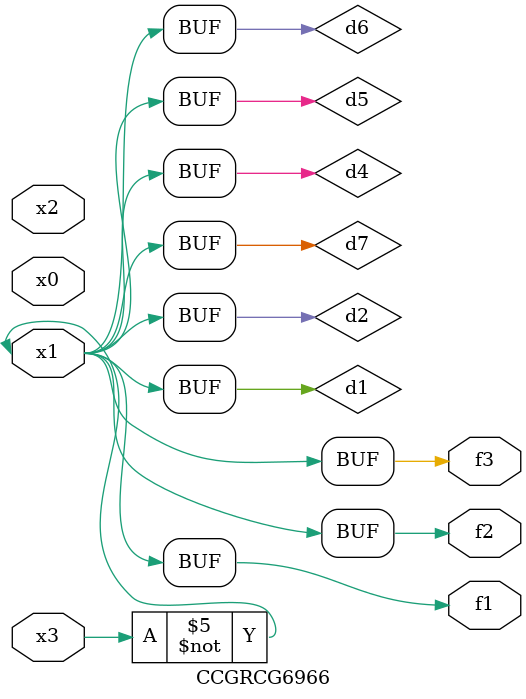
<source format=v>
module CCGRCG6966(
	input x0, x1, x2, x3,
	output f1, f2, f3
);

	wire d1, d2, d3, d4, d5, d6, d7;

	not (d1, x3);
	buf (d2, x1);
	xnor (d3, d1, d2);
	nor (d4, d1);
	buf (d5, d1, d2);
	buf (d6, d4, d5);
	nand (d7, d4);
	assign f1 = d6;
	assign f2 = d7;
	assign f3 = d6;
endmodule

</source>
